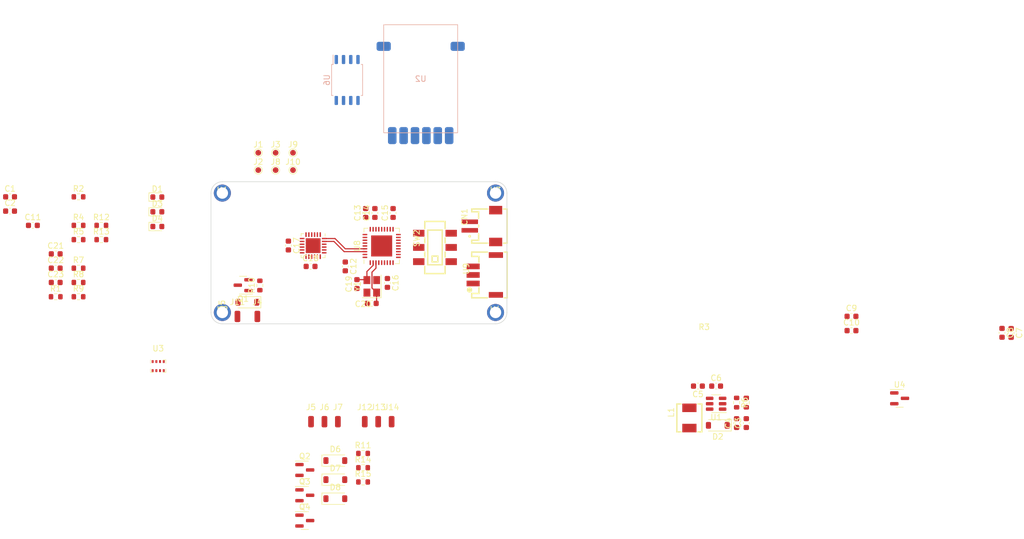
<source format=kicad_pcb>
(kicad_pcb (version 20221018) (generator pcbnew)
  (layers (0 "F.Cu" mixed) (1 "In1.Cu" power) (2 "In2.Cu" power) (31 "B.Cu" signal) (34 "B.Paste" user) (35 "F.Paste" user) (36 "B.SilkS" user "B.Silkscreen") (37 "F.SilkS" user "F.Silkscreen") (38 "B.Mask" user) (39 "F.Mask" user) (44 "Edge.Cuts" user))
  (net 0 "")
  (net 1 "+3.3V")
  (net 2 "GND")
  (net 3 "+5V")
  (net 4 "+BATT")
  (net 5 "/OSC_IN")
  (net 6 "/OSC_OUT")
  (net 7 "Net-(U7-REGOUT)")
  (net 8 "Net-(U7-CPOUT)")
  (net 9 "/NRST")
  (net 10 "/LED1")
  (net 11 "Net-(D1-A)")
  (net 12 "/SW")
  (net 13 "/LED2")
  (net 14 "Net-(D3-A)")
  (net 15 "Net-(D4-A)")
  (net 16 "/M1")
  (net 17 "/M2")
  (net 18 "/M3")
  (net 19 "/M4")
  (net 20 "/SWCLK")
  (net 21 "/SWDIO")
  (net 22 "/U1_RX")
  (net 23 "/U1_TX")
  (net 24 "/PWM1")
  (net 25 "/PWM2")
  (net 26 "/PWM3")
  (net 27 "/PWM4")
  (net 28 "/BAT_ADC")
  (net 29 "/FB")
  (net 30 "/6050_SCL")
  (net 31 "/6050_SDA")
  (net 32 "Net-(U8-BOOT0)")
  (net 34 "/UART_RST")
  (net 35 "/U2_TX")
  (net 36 "/U2_RX")
  (net 37 "/BMP280_CS")
  (net 38 "/SPI_MOSI")
  (net 39 "/SPI_SCK")
  (net 40 "/SPI_MISO")
  (net 42 "/VIN")
  (net 43 "/SPI_CS")
  (net 50 "/6050_INT")
  (footprint "Diode_SMD:D_SOD-123" (layer "F.Cu") (at 119.85 147.05)
    (fp_text reference "D6" (at 0 -2) (layer "F.SilkS"))
    (fp_text value "1N5819")
    (pad "1" smd roundrect (at -1.65 0) (size 0.9 1.2) (layers "F.Cu" "F.Paste" "F.Mask") (net 4 "+BATT"))
    (pad "2" smd roundrect (at 1.65 0) (size 0.9 1.2) (layers "F.Cu" "F.Paste" "F.Mask") (net 17 "/M2"))
  )
  (footprint "my_conn:CONN-SMD_3P-P1.50_ZX-ZH1.5-3PWT" (layer "F.Cu") (at 146.065 114.4 90)
    (fp_text reference "U9" (at 0 -3.207 90) (layer "F.SilkS") (effects (justify left)))
    (fp_text value "ZX-ZH1.5-3PWT")
    (pad "1" smd rect (at -1.5 -2 90) (size 1 2.3) (layers "F.Cu" "F.Paste" "F.Mask") (net 3 "+5V"))
    (pad "2" smd rect (at 0 -2 90) (size 1 2.3) (layers "F.Cu" "F.Paste" "F.Mask") (net 22 "/U1_RX"))
    (pad "3" smd rect (at 1.5 -2 90) (size 1 2.3) (layers "F.Cu" "F.Paste" "F.Mask") (net 2 "GND"))
    (pad "4" smd rect (at 3.5 2 90) (size 1 2.5) (layers "F.Cu" "F.Paste" "F.Mask"))
    (pad "5" smd rect (at -3.5 2 90) (size 1 2.5) (layers "F.Cu" "F.Paste" "F.Mask"))
  )
  (footprint "Connector_Wire:SolderWirePad_1x01_SMD_1x2mm" (layer "F.Cu") (at 106.15 121.7)
    (fp_text reference "J4" (at 0 -2.54) (layer "F.SilkS"))
    (fp_text value "Conn_01x01_Pin")
    (pad "1" smd roundrect (at 0 0) (size 1 2) (layers "F.Cu" "F.Paste" "F.Mask") (net 4 "+BATT"))
  )
  (footprint "Capacitor_SMD:C_0603_1608Metric" (layer "F.Cu") (at 183.5625 133.95 180)
    (fp_text reference "C5" (at 0 -1.43) (layer "F.SilkS"))
    (fp_text value "22u")
    (pad "1" smd roundrect (at -0.775 0 180) (size 0.9 0.95) (layers "F.Cu" "F.Paste" "F.Mask") (net 4 "+BATT"))
    (pad "2" smd roundrect (at 0.775 0 180) (size 0.9 0.95) (layers "F.Cu" "F.Paste" "F.Mask") (net 2 "GND"))
  )
  (footprint "my_conn:CONN-SMD_ZH1.5-2P-WT" (layer "F.Cu") (at 145.75 105.8 90)
    (fp_text reference "CN1" (at 0 -3.207 90) (layer "F.SilkS") (effects (justify left)))
    (fp_text value "ZH1.5-2P-WT")
    (pad "1" smd rect (at -0.75 -2.275 90) (size 0.8 2.9) (layers "F.Cu" "F.Paste" "F.Mask") (net 42 "/VIN"))
    (pad "2" smd rect (at 0.75 -2.275 90) (size 0.8 2.9) (layers "F.Cu" "F.Paste" "F.Mask") (net 2 "GND"))
    (pad "3" smd rect (at -2.8 2.275 90) (size 1.5 2.3) (layers "F.Cu" "F.Paste" "F.Mask"))
    (pad "4" smd rect (at 2.8 2.275 90) (size 1.5 2.3) (layers "F.Cu" "F.Paste" "F.Mask"))
  )
  (footprint "Package_DFN_QFN:QFN-36-1EP_6x6mm_P0.5mm_EP3.7x3.7mm" (layer "F.Cu") (at 127.99 109.3 90)
    (fp_text reference "U8" (at 0 -4.3 90) (layer "F.SilkS"))
    (fp_text value "GD32F103TBU6")
    (pad "1" smd roundrect (at -2.9375 -2 90) (size 0.825 0.25) (layers "F.Cu" "F.Paste" "F.Mask") (net 1 "+3.3V"))
    (pad "2" smd roundrect (at -2.9375 -1.5 90) (size 0.825 0.25) (layers "F.Cu" "F.Paste" "F.Mask") (net 5 "/OSC_IN"))
    (pad "3" smd roundrect (at -2.9375 -1 90) (size 0.825 0.25) (layers "F.Cu" "F.Paste" "F.Mask") (net 6 "/OSC_OUT"))
    (pad "4" smd roundrect (at -2.9375 -0.5 90) (size 0.825 0.25) (layers "F.Cu" "F.Paste" "F.Mask") (net 9 "/NRST"))
    (pad "5" smd roundrect (at -2.9375 0 90) (size 0.825 0.25) (layers "F.Cu" "F.Paste" "F.Mask") (net 2 "GND"))
    (pad "6" smd roundrect (at -2.9375 0.5 90) (size 0.825 0.25) (layers "F.Cu" "F.Paste" "F.Mask") (net 1 "+3.3V"))
    (pad "7" smd roundrect (at -2.9375 1 90) (size 0.825 0.25) (layers "F.Cu" "F.Paste" "F.Mask") (net 28 "/BAT_ADC"))
    (pad "8" smd roundrect (at -2.9375 1.5 90) (size 0.825 0.25) (layers "F.Cu" "F.Paste" "F.Mask") (net 34 "/UART_RST"))
    (pad "9" smd roundrect (at -2.9375 2 90) (size 0.825 0.25) (layers "F.Cu" "F.Paste" "F.Mask") (net 35 "/U2_TX"))
    (pad "10" smd roundrect (at -2 2.9375 90) (size 0.25 0.825) (layers "F.Cu" "F.Paste" "F.Mask") (net 36 "/U2_RX"))
    (pad "11" smd roundrect (at -1.5 2.9375 90) (size 0.25 0.825) (layers "F.Cu" "F.Paste" "F.Mask") (net 43 "/SPI_CS"))
    (pad "12" smd roundrect (at -1 2.9375 90) (size 0.25 0.825) (layers "F.Cu" "F.Paste" "F.Mask") (net 39 "/SPI_SCK"))
    (pad "13" smd roundrect (at -0.5 2.9375 90) (size 0.25 0.825) (layers "F.Cu" "F.Paste" "F.Mask") (net 40 "/SPI_MISO"))
    (pad "14" smd roundrect (at 0 2.9375 90) (size 0.25 0.825) (layers "F.Cu" "F.Paste" "F.Mask") (net 38 "/SPI_MOSI"))
    (pad "15" smd roundrect (at 0.5 2.9375 90) (size 0.25 0.825) (layers "F.Cu" "F.Paste" "F.Mask") (net 27 "/PWM4"))
    (pad "16" smd roundrect (at 1 2.9375 90) (size 0.25 0.825) (layers "F.Cu" "F.Paste" "F.Mask") (net 26 "/PWM3"))
    (pad "17" smd roundrect (at 1.5 2.9375 90) (size 0.25 0.825) (layers "F.Cu" "F.Paste" "F.Mask") (net 37 "/BMP280_CS"))
    (pad "18" smd roundrect (at 2 2.9375 90) (size 0.25 0.825) (layers "F.Cu" "F.Paste" "F.Mask") (net 2 "GND"))
    (pad "19" smd roundrect (at 2.9375 2 90) (size 0.825 0.25) (layers "F.Cu" "F.Paste" "F.Mask") (net 1 "+3.3V"))
    (pad "20" smd roundrect (at 2.9375 1.5 90) (size 0.825 0.25) (layers "F.Cu" "F.Paste" "F.Mask"))
    (pad "21" smd roundrect (at 2.9375 1 90) (size 0.825 0.25) (layers "F.Cu" "F.Paste" "F.Mask") (net 23 "/U1_TX"))
    (pad "22" smd roundrect (at 2.9375 0.5 90) (size 0.825 0.25) (layers "F.Cu" "F.Paste" "F.Mask") (net 22 "/U1_RX"))
    (pad "23" smd roundrect (at 2.9375 0 90) (size 0.825 0.25) (layers "F.Cu" "F.Paste" "F.Mask") (net 13 "/LED2"))
    (pad "24" smd roundrect (at 2.9375 -0.5 90) (size 0.825 0.25) (layers "F.Cu" "F.Paste" "F.Mask") (net 10 "/LED1"))
    (pad "25" smd roundrect (at 2.9375 -1 90) (size 0.825 0.25) (layers "F.Cu" "F.Paste" "F.Mask") (net 21 "/SWDIO"))
    (pad "26" smd roundrect (at 2.9375 -1.5 90) (size 0.825 0.25) (layers "F.Cu" "F.Paste" "F.Mask") (net 2 "GND"))
    (pad "27" smd roundrect (at 2.9375 -2 90) (size 0.825 0.25) (layers "F.Cu" "F.Paste" "F.Mask") (net 1 "+3.3V"))
    (pad "28" smd roundrect (at 2 -2.9375 90) (size 0.25 0.825) (layers "F.Cu" "F.Paste" "F.Mask") (net 20 "/SWCLK"))
    (pad "29" smd roundrect (at 1.5 -2.9375 90) (size 0.25 0.825) (layers "F.Cu" "F.Paste" "F.Mask"))
    (pad "30" smd roundrect (at 1 -2.9375 90) (size 0.25 0.825) (layers "F.Cu" "F.Paste" "F.Mask") (net 50 "/6050_INT"))
    (pad "31" smd roundrect (at 0.5 -2.9375 90) (size 0.25 0.825) (layers "F.Cu" "F.Paste" "F.Mask") (net 24 "/PWM1"))
    (pad "32" smd roundrect (at 0 -2.9375 90) (size 0.25 0.825) (layers "F.Cu" "F.Paste" "F.Mask") (net 25 "/PWM2"))
    (pad "33" smd roundrect (at -0.5 -2.9375 90) (size 0.25 0.825) (layers "F.Cu" "F.Paste" "F.Mask") (net 31 "/6050_SDA"))
    (pad "34" smd roundrect (at -1 -2.9375 90) (size 0.25 0.825) (layers "F.Cu" "F.Paste" "F.Mask") (net 30 "/6050_SCL"))
    (pad "35" smd roundrect (at -1.5 -2.9375 90) (size 0.25 0.825) (layers "F.Cu" "F.Paste" "F.Mask") (net 32 "Net-(U8-BOOT0)"))
    (pad "36" smd roundrect (at -2 -2.9375 90) (size 0.25 0.825) (layers "F.Cu" "F.Paste" "F.Mask") (net 2 "GND"))
    (pad "37" smd rect (at 0 0 90) (size 3.7 3.7) (layers "F.Cu" "F.Mask") (net 2 "GND"))
  )
  (footprint "TestPoint:TestPoint_Pad_D1.0mm" (layer "F.Cu") (at 112.41 95.96)
    (fp_text reference "J10" (at 0 -1.448) (layer "F.SilkS"))
    (fp_text value "Conn_01x01_Pin")
    (pad "1" smd circle (at 0 0) (size 1 1) (layers "F.Cu" "F.Mask") (net 2 "GND"))
  )
  (footprint "Connector_Wire:SolderWirePad_1x01_SMD_1x2mm" (layer "F.Cu") (at 129.74 140.205)
    (fp_text reference "J14" (at 0 -2.54) (layer "F.SilkS"))
    (fp_text value "Conn_01x01_Pin")
    (pad "1" smd roundrect (at 0 0) (size 1 2) (layers "F.Cu" "F.Paste" "F.Mask") (net 18 "/M3"))
  )
  (footprint "Capacitor_SMD:C_0603_1608Metric" (layer "F.Cu") (at 123.65 116 90)
    (fp_text reference "C19" (at 0 -1.43 90) (layer "F.SilkS"))
    (fp_text value "22p")
    (pad "1" smd roundrect (at -0.775 0 90) (size 0.9 0.95) (layers "F.Cu" "F.Paste" "F.Mask") (net 2 "GND"))
    (pad "2" smd roundrect (at 0.775 0 90) (size 0.9 0.95) (layers "F.Cu" "F.Paste" "F.Mask") (net 5 "/OSC_IN"))
  )
  (footprint "Resistor_SMD:R_0603_1608Metric" (layer "F.Cu") (at 74.725 108.19)
    (fp_text reference "R5" (at 0 -1.43) (layer "F.SilkS"))
    (fp_text value "10k")
    (pad "1" smd roundrect (at -0.825 0) (size 0.8 0.95) (layers "F.Cu" "F.Paste" "F.Mask") (net 28 "/BAT_ADC"))
    (pad "2" smd roundrect (at 0.825 0) (size 0.8 0.95) (layers "F.Cu" "F.Paste" "F.Mask") (net 2 "GND"))
  )
  (footprint "Inductor_SMD:IND-SMD_L4.9-W4.4_MAPM0420F" (layer "F.Cu") (at 182.0625 139.55 90)
    (fp_text reference "L1" (at 0 -3.207 90) (layer "F.SilkS") (effects (justify left)))
    (fp_text value "4.7u")
    (pad "1" smd rect (at -1.78 0 90) (size 1.5 2.5) (layers "F.Cu" "F.Paste" "F.Mask") (net 12 "/SW"))
    (pad "2" smd rect (at 1.78 0 90) (size 1.5 2.5) (layers "F.Cu" "F.Paste" "F.Mask") (net 4 "+BATT"))
  )
  (footprint "Capacitor_SMD:C_0603_1608Metric" (layer "F.Cu") (at 190.3625 140.45 90)
    (fp_text reference "C4" (at 0 -1.43 90) (layer "F.SilkS"))
    (fp_text value "0.1u")
    (pad "1" smd roundrect (at -0.775 0 90) (size 0.9 0.95) (layers "F.Cu" "F.Paste" "F.Mask") (net 3 "+5V"))
    (pad "2" smd roundrect (at 0.775 0 90) (size 0.9 0.95) (layers "F.Cu" "F.Paste" "F.Mask") (net 2 "GND"))
  )
  (footprint "Connector_Wire:SolderWirePad_1x01_SMD_1x2mm" (layer "F.Cu") (at 117.94 140.205)
    (fp_text reference "J6" (at 0 -2.54) (layer "F.SilkS"))
    (fp_text value "Conn_01x01_Pin")
    (pad "1" smd roundrect (at 0 0) (size 1 2) (layers "F.Cu" "F.Paste" "F.Mask") (net 4 "+BATT"))
  )
  (footprint "TestPoint:TestPoint_Pad_D1.0mm" (layer "F.Cu") (at 112.41 92.91)
    (fp_text reference "J9" (at 0 -1.448) (layer "F.SilkS"))
    (fp_text value "Conn_01x01_Pin")
    (pad "1" smd circle (at 0 0) (size 1 1) (layers "F.Cu" "F.Mask") (net 23 "/U1_TX"))
  )
  (footprint "Connector_Wire:SolderWirePad_1x01_SMD_1x2mm" (layer "F.Cu") (at 120.3 140.205)
    (fp_text reference "J7" (at 0 -2.54) (layer "F.SilkS"))
    (fp_text value "Conn_01x01_Pin")
    (pad "1" smd roundrect (at 0 0) (size 1 2) (layers "F.Cu" "F.Paste" "F.Mask") (net 19 "/M4"))
  )
  (footprint "Connector_Wire:SolderWirePad_1x01_SMD_1x2mm" (layer "F.Cu") (at 115.58 140.205)
    (fp_text reference "J5" (at 0 -2.54) (layer "F.SilkS"))
    (fp_text value "Conn_01x01_Pin")
    (pad "1" smd roundrect (at 0 0) (size 1 2) (layers "F.Cu" "F.Paste" "F.Mask") (net 4 "+BATT"))
  )
  (footprint "my_switch:SW-SMD_MST22D18G2" (layer "F.Cu") (at 137.36 109.56 90)
    (fp_text reference "SW2" (at 0 -3.207 90) (layer "F.SilkS") (effects (justify left)))
    (fp_text value "MST22D18G2_125")
    (pad "1" smd rect (at -2.5 -2.85 270) (size 1.2 2) (layers "F.Cu" "F.Paste" "F.Mask") (net 4 "+BATT"))
    (pad "2" smd rect (at 0 -2.85 270) (size 1.2 2) (layers "F.Cu" "F.Paste" "F.Mask") (net 42 "/VIN"))
    (pad "3" smd rect (at 2.5 -2.85 270) (size 1.2 2) (layers "F.Cu" "F.Paste" "F.Mask"))
    (pad "4" smd rect (at -2.5 2.85 270) (size 1.2 2) (layers "F.Cu" "F.Paste" "F.Mask") (net 4 "+BATT"))
    (pad "5" smd rect (at 0 2.85 270) (size 1.2 2) (layers "F.Cu" "F.Paste" "F.Mask") (net 42 "/VIN"))
    (pad "6" smd rect (at 2.5 2.85 270) (size 1.2 2) (layers "F.Cu" "F.Paste" "F.Mask"))
  )
  (footprint "Diode_SMD:D_SOD-123" (layer "F.Cu") (at 119.85 153.75)
    (fp_text reference "D8" (at 0 -2) (layer "F.SilkS"))
    (fp_text value "1N5819")
    (pad "1" smd roundrect (at -1.65 0) (size 0.9 1.2) (layers "F.Cu" "F.Paste" "F.Mask") (net 4 "+BATT"))
    (pad "2" smd roundrect (at 1.65 0) (size 0.9 1.2) (layers "F.Cu" "F.Paste" "F.Mask") (net 19 "/M4"))
  )
  (footprint "Resistor_SMD:R_0603_1608Metric" (layer "F.Cu") (at 106.5875 116.25 90)
    (fp_text reference "R10" (at 0 -1.43 90) (layer "F.SilkS"))
    (fp_text value "10k")
    (pad "1" smd roundrect (at -0.825 0 90) (size 0.8 0.95) (layers "F.Cu" "F.Paste" "F.Mask") (net 25 "/PWM2"))
    (pad "2" smd roundrect (at 0.825 0 90) (size 0.8 0.95) (layers "F.Cu" "F.Paste" "F.Mask") (net 2 "GND"))
  )
  (footprint "Capacitor_SMD:C_0603_1608Metric" (layer "F.Cu") (at 192.0625 140.45 90)
    (fp_text reference "C3" (at 0 -1.43 90) (layer "F.SilkS"))
    (fp_text value "22u")
    (pad "1" smd roundrect (at -0.775 0 90) (size 0.9 0.95) (layers "F.Cu" "F.Paste" "F.Mask") (net 3 "+5V"))
    (pad "2" smd roundrect (at 0.775 0 90) (size 0.9 0.95) (layers "F.Cu" "F.Paste" "F.Mask") (net 2 "GND"))
  )
  (footprint "Capacitor_SMD:C_0603_1608Metric" (layer "F.Cu") (at 115.5 112.9)
    (fp_text reference "C18" (at 0 -1.43) (layer "F.SilkS"))
    (fp_text value "0.1u")
    (pad "1" smd roundrect (at -0.775 0) (size 0.9 0.95) (layers "F.Cu" "F.Paste" "F.Mask") (net 1 "+3.3V"))
    (pad "2" smd roundrect (at 0.775 0) (size 0.9 0.95) (layers "F.Cu" "F.Paste" "F.Mask") (net 2 "GND"))
  )
  (footprint "Resistor_SMD:R_0603_1608Metric" (layer "F.Cu") (at 190.3625 136.85 -90)
    (fp_text reference "R6" (at 0 -1.43 90) (layer "F.SilkS"))
    (fp_text value "20.5k")
    (pad "1" smd roundrect (at -0.825 0 270) (size 0.8 0.95) (layers "F.Cu" "F.Paste" "F.Mask") (net 29 "/FB"))
    (pad "2" smd roundrect (at 0.825 0 270) (size 0.8 0.95) (layers "F.Cu" "F.Paste" "F.Mask") (net 2 "GND"))
  )
  (footprint "Capacitor_SMD:C_0603_1608Metric" (layer "F.Cu") (at 237 124.575 -90)
    (fp_text reference "C8" (at 0 -1.43 90) (layer "F.SilkS"))
    (fp_text value "0.1u")
    (pad "1" smd roundrect (at -0.775 0 270) (size 0.9 0.95) (layers "F.Cu" "F.Paste" "F.Mask") (net 3 "+5V"))
    (pad "2" smd roundrect (at 0.775 0 270) (size 0.9 0.95) (layers "F.Cu" "F.Paste" "F.Mask") (net 2 "GND"))
  )
  (footprint "Capacitor_SMD:C_0603_1608Metric" (layer "F.Cu") (at 125.18 103.5 90)
    (fp_text reference "C13" (at 0 -1.43 90) (layer "F.SilkS"))
    (fp_text value "0.1u")
    (pad "1" smd roundrect (at -0.775 0 90) (size 0.9 0.95) (layers "F.Cu" "F.Paste" "F.Mask") (net 1 "+3.3V"))
    (pad "2" smd roundrect (at 0.775 0 90) (size 0.9 0.95) (layers "F.Cu" "F.Paste" "F.Mask") (net 2 "GND"))
  )
  (footprint "MountingHole:hole_2x3mm" (layer "F.Cu") (at 100 100)
    (fp_text reference "H1" (at 0 -0.5 unlocked) (layer "F.SilkS"))
    (fp_text value "MountingHole_Pad")
    (pad "1" thru_hole circle locked (at 0 0 90) (size 3 3) (drill 2) (layers "*.Cu" "*.Mask") (net 2 "GND"))
  )
  (footprint "Resistor_SMD:R_0603_1608Metric" (layer "F.Cu") (at 124.725 148.3)
    (fp_text reference "R14" (at 0 -1.43) (layer "F.SilkS"))
    (fp_text value "10k")
    (pad "1" smd roundrect (at -0.825 0) (size 0.8 0.95) (layers "F.Cu" "F.Paste" "F.Mask") (net 26 "/PWM3"))
    (pad "2" smd roundrect (at 0.825 0) (size 0.8 0.95) (layers "F.Cu" "F.Paste" "F.Mask") (net 2 "GND"))
  )
  (footprint "MountingHole:hole_2x3mm" (layer "F.Cu") (at 100 121)
    (fp_text reference "H2" (at 0 -0.5 unlocked) (layer "F.SilkS"))
    (fp_text value "MountingHole_Pad")
    (pad "1" thru_hole circle locked (at 0 0 90) (size 3 3) (drill 2) (layers "*.Cu" "*.Mask") (net 2 "GND"))
  )
  (footprint "LED_SMD:LED_0603_1608Metric" (layer "F.Cu") (at 88.575 105.88)
    (fp_text reference "D4" (at 0 -1.43) (layer "F.SilkS"))
    (fp_text value "LED")
    (pad "1" smd roundrect (at -0.7875 0) (size 0.875 0.95) (layers "F.Cu" "F.Paste" "F.Mask") (net 2 "GND"))
    (pad "2" smd roundrect (at 0.7875 0) (size 0.875 0.95) (layers "F.Cu" "F.Paste" "F.Mask") (net 15 "Net-(D4-A)"))
  )
  (footprint "Resistor_SMD:R_0603_1608Metric" (layer "F.Cu") (at 78.735 108.19)
    (fp_text reference "R13" (at 0 -1.43) (layer "F.SilkS"))
    (fp_text value "10k")
    (pad "1" smd roundrect (at -0.825 0) (size 0.8 0.95) (layers "F.Cu" "F.Paste" "F.Mask") (net 9 "/NRST"))
    (pad "2" smd roundrect (at 0.825 0) (size 0.8 0.95) (layers "F.Cu" "F.Paste" "F.Mask") (net 1 "+3.3V"))
  )
  (footprint "Capacitor_SMD:C_0603_1608Metric" (layer "F.Cu") (at 130 103.5 90)
    (fp_text reference "C15" (at 0 -1.43 90) (layer "F.SilkS"))
    (fp_text value "0.1u")
    (pad "1" smd roundrect (at -0.775 0 90) (size 0.9 0.95) (layers "F.Cu" "F.Paste" "F.Mask") (net 1 "+3.3V"))
    (pad "2" smd roundrect (at 0.775 0 90) (size 0.9 0.95) (layers "F.Cu" "F.Paste" "F.Mask") (net 2 "GND"))
  )
  (footprint "MountingHole:hole_2x3mm" (layer "F.Cu") (at 148 121)
    (fp_text reference "H4" (at 0 -0.5 unlocked) (layer "F.SilkS"))
    (fp_text value "MountingHole_Pad")
    (pad "1" thru_hole circle locked (at 0 0 90) (size 3 3) (drill 2) (layers "*.Cu" "*.Mask") (net 2 "GND"))
  )
  (footprint "Package_TO_SOT_SMD:SOT-23-6" (layer "F.Cu") (at 186.7625 137.05 180)
    (fp_text reference "U1" (at 0 -2.4) (layer "F.SilkS"))
    (fp_text value "SX1308")
    (pad "1" smd roundrect (at -1.1375 -0.95 180) (size 1.325 0.6) (layers "F.Cu" "F.Paste" "F.Mask") (net 12 "/SW"))
    (pad "2" smd roundrect (at -1.1375 0 180) (size 1.325 0.6) (layers "F.Cu" "F.Paste" "F.Mask") (net 2 "GND"))
    (pad "3" smd roundrect (at -1.1375 0.95 180) (size 1.325 0.6) (layers "F.Cu" "F.Paste" "F.Mask") (net 29 "/FB"))
    (pad "4" smd roundrect (at 1.1375 0.95 180) (size 1.325 0.6) (layers "F.Cu" "F.Paste" "F.Mask") (net 4 "+BATT"))
    (pad "5" smd roundrect (at 1.1375 0 180) (size 1.325 0.6) (layers "F.Cu" "F.Paste" "F.Mask") (net 4 "+BATT"))
    (pad "6" smd roundrect (at 1.1375 -0.95 180) (size 1.325 0.6) (layers "F.Cu" "F.Paste" "F.Mask"))
  )
  (footprint "Resistor_SMD:R_0603_1608Metric" (layer "F.Cu") (at 74.725 100.66)
    (fp_text reference "R2" (at 0 -1.43) (layer "F.SilkS"))
    (fp_text value "10k")
    (pad "1" smd roundrect (at -0.825 0) (size 0.8 0.95) (layers "F.Cu" "F.Paste" "F.Mask") (net 4 "+BATT"))
    (pad "2" smd roundrect (at 0.825 0) (size 0.8 0.95) (layers "F.Cu" "F.Paste" "F.Mask") (net 28 "/BAT_ADC"))
  )
  (footprint "Capacitor_SMD:C_0603_1608Metric" (layer "F.Cu") (at 70.715 115.72)
    (fp_text reference "C23" (at 0 -1.43) (layer "F.SilkS"))
    (fp_text value "0.1u")
    (pad "1" smd roundrect (at -0.775 0) (size 0.9 0.95) (layers "F.Cu" "F.Paste" "F.Mask") (net 9 "/NRST"))
    (pad "2" smd roundrect (at 0.775 0) (size 0.9 0.95) (layers "F.Cu" "F.Paste" "F.Mask") (net 2 "GND"))
  )
  (footprint "Connector_Wire:SolderWirePad_1x01_SMD_1x2mm" (layer "F.Cu") (at 125.02 140.205)
    (fp_text reference "J12" (at 0 -2.54) (layer "F.SilkS"))
    (fp_text value "Conn_01x01_Pin")
    (pad "1" smd roundrect (at 0 0) (size 1 2) (layers "F.Cu" "F.Paste" "F.Mask") (net 4 "+BATT"))
  )
  (footprint "Package_TO_SOT_SMD:SOT-23" (layer "F.Cu") (at 114.485 153.15)
    (fp_text reference "Q3" (at 0 -2.4) (layer "F.SilkS"))
    (fp_text value "AO3400A")
    (pad "1" smd roundrect (at -0.9375 -0.95) (size 1.475 0.6) (layers "F.Cu" "F.Paste" "F.Mask") (net 26 "/PWM3"))
    (pad "2" smd roundrect (at -0.9375 0.95) (size 1.475 0.6) (layers "F.Cu" "F.Paste" "F.Mask") (net 2 "GND"))
    (pad "3" smd roundrect (at 0.9375 0) (size 1.475 0.6) (layers "F.Cu" "F.Paste" "F.Mask") (net 18 "/M3"))
  )
  (footprint "Package_TO_SOT_SMD:SOT-23" (layer "F.Cu") (at 114.485 148.7)
    (fp_text reference "Q2" (at 0 -2.4) (layer "F.SilkS"))
    (fp_text value "AO3400A")
    (pad "1" smd roundrect (at -0.9375 -0.95) (size 1.475 0.6) (layers "F.Cu" "F.Paste" "F.Mask") (net 24 "/PWM1"))
    (pad "2" smd roundrect (at -0.9375 0.95) (size 1.475 0.6) (layers "F.Cu" "F.Paste" "F.Mask") (net 2 "GND"))
    (pad "3" smd roundrect (at 0.9375 0) (size 1.475 0.6) (layers "F.Cu" "F.Paste" "F.Mask") (net 17 "/M2"))
  )
  (footprint "Connector_Wire:SolderWirePad_1x01_SMD_1x2mm" (layer "F.Cu") (at 127.38 140.205)
    (fp_text reference "J13" (at 0 -2.54) (layer "F.SilkS"))
    (fp_text value "Conn_01x01_Pin")
    (pad "1" smd roundrect (at 0 0) (size 1 2) (layers "F.Cu" "F.Paste" "F.Mask") (net 17 "/M2"))
  )
  (footprint "Capacitor_SMD:C_0603_1608Metric" (layer "F.Cu") (at 111.6 109.225 -90)
    (fp_text reference "C17" (at 0 -1.43 90) (layer "F.SilkS"))
    (fp_text value "0.1u")
    (pad "1" smd roundrect (at -0.775 0 270) (size 0.9 0.95) (layers "F.Cu" "F.Paste" "F.Mask") (net 1 "+3.3V"))
    (pad "2" smd roundrect (at 0.775 0 270) (size 0.9 0.95) (layers "F.Cu" "F.Paste" "F.Mask") (net 2 "GND"))
  )
  (footprint "Connector_Wire:SolderWirePad_1x01_SMD_1x2mm" (layer "F.Cu") (at 102.65 121.7)
    (fp_text reference "J11" (at 0 -2.54) (layer "F.SilkS"))
    (fp_text value "Conn_01x01_Pin")
    (pad "1" smd roundrect (at 0 0) (size 1 2) (layers "F.Cu" "F.Paste" "F.Mask") (net 16 "/M1"))
  )
  (footprint "Package_LGA:Bosch_LGA-8_2x2.5mm_P0.65mm_ClockwisePinNumbering" (layer "F.Cu") (at 88.725 130.43)
    (fp_text reference "U3" (at 0 -3.1) (layer "F.SilkS"))
    (fp_text value "BMP280")
    (pad "1" smd rect (at -0.975 -0.8 90) (size 0.5 0.35) (layers "F.Cu" "F.Paste" "F.Mask") (net 2 "GND"))
    (pad "2" smd rect (at -0.325 -0.8 90) (size 0.5 0.35) (layers "F.Cu" "F.Paste" "F.Mask") (net 37 "/BMP280_CS"))
    (pad "3" smd rect (at 0.325 -0.8 90) (size 0.5 0.35) (layers "F.Cu" "F.Paste" "F.Mask") (net 38 "/SPI_MOSI"))
    (pad "4" smd rect (at 0.975 -0.8 90) (size 0.5 0.35) (layers "F.Cu" "F.Paste" "F.Mask") (net 39 "/SPI_SCK"))
    (pad "5" smd rect (at 0.975 0.8 90) (size 0.5 0.35) (layers "F.Cu" "F.Paste" "F.Mask") (net 40 "/SPI_MISO"))
    (pad "6" smd rect (at 0.325 0.8 90) (size 0.5 0.35) (layers "F.Cu" "F.Paste" "F.Mask") (net 1 "+3.3V"))
    (pad "7" smd rect (at -0.325 0.8 90) (size 0.5 0.35) (layers "F.Cu" "F.Paste" "F.Mask") (net 2 "GND"))
    (pad "8" smd rect (at -0.975 0.8 90) (size 0.5 0.35) (layers "F.Cu" "F.Paste" "F.Mask") (net 1 "+3.3V"))
  )
  (footprint "Diode_SMD:D_SOD-123" (layer "F.Cu") (at 187.0625 140.85 180)
    (fp_text reference "D2" (at 0 -2) (layer "F.SilkS"))
    (fp_text value "1N5819")
    (pad "1" smd roundrect (at -1.65 0 180) (size 0.9 1.2) (layers "F.Cu" "F.Paste" "F.Mask") (net 3 "+5V"))
    (pad "2" smd roundrect (at 1.65 0 180) (size 0.9 1.2) (layers "F.Cu" "F.Paste" "F.Mask") (net 12 "/SW"))
  )
  (footprint "Capacitor_SMD:C_0603_1608Metric" (layer "F.Cu") (at 62.695 100.66)
    (fp_text reference "C1" (at 0 -1.43) (layer "F.SilkS"))
    (fp_text value "0.1u")
    (pad "1" smd roundrect (at -0.775 0) (size 0.9 0.95) (layers "F.Cu" "F.Paste" "F.Mask") (net 1 "+3.3V"))
    (pad "2" smd roundrect (at 0.775 0) (size 0.9 0.95) (layers "F.Cu" "F.Paste" "F.Mask") (net 2 "GND"))
  )
  (footprint "Capacitor_SMD:C_0603_1608Metric" (layer "F.Cu") (at 126.8 103.5 90)
    (fp_text reference "C14" (at 0 -1.43 90) (layer "F.SilkS"))
    (fp_text value "0.1u")
    (pad "1" smd roundrect (at -0.775 0 90) (size 0.9 0.95) (layers "F.Cu" "F.Paste" "F.Mask") (net 1 "+3.3V"))
    (pad "2" smd roundrect (at 0.775 0 90) (size 0.9 0.95) (layers "F.Cu" "F.Paste" "F.Mask") (net 2 "GND"))
  )
  (footprint "Resistor_SMD:R_0603_1608Metric" (layer "F.Cu") (at 192.0625 136.85 90)
    (fp_text reference "R3" (at 13.295 -7.395) (layer "F.SilkS"))
    (fp_text value "150k")
    (pad "1" smd roundrect (at -0.825 0 90) (size 0.8 0.95) (layers "F.Cu" "F.Paste" "F.Mask") (net 3 "+5V"))
    (pad "2" smd roundrect (at 0.825 0 90) (size 0.8 0.95) (layers "F.Cu" "F.Paste" "F.Mask") (net 29 "/FB"))
  )
  (footprint "Capacitor_SMD:C_0603_1608Metric" (layer "F.Cu") (at 70.715 113.21)
    (fp_text reference "C22" (at 0 -1.43) (layer "F.SilkS"))
    (fp_text value "0.1u")
    (pad "1" smd roundrect (at -0.775 0) (size 0.9 0.95) (layers "F.Cu" "F.Paste" "F.Mask") (net 2 "GND"))
    (pad "2" smd roundrect (at 0.775 0) (size 0.9 0.95) (layers "F.Cu" "F.Paste" "F.Mask") (net 8 "Net-(U7-CPOUT)"))
  )
  (footprint "LED_SMD:LED_0603_1608Metric" (layer "F.Cu") (at 88.575 103.29)
    (fp_text reference "D3" (at 0 -1.43) (layer "F.SilkS"))
    (fp_text value "LED")
    (pad "1" smd roundrect (at -0.7875 0) (size 0.875 0.95) (layers "F.Cu" "F.Paste" "F.Mask") (net 13 "/LED2"))
    (pad "2" smd roundrect (at 0.7875 0) (size 0.875 0.95) (layers "F.Cu" "F.Paste" "F.Mask") (net 14 "Net-(D3-A)"))
  )
  (footprint "Package_DFN_QFN:QFN-24-1EP_4x4mm_P0.5mm_EP2.6x2.6mm" (layer "F.Cu") (at 115.95 109.25 -90)
    (fp_text reference "U7" hide)
    (fp_text value "MPU-6050")
    (pad "1" smd roundrect (at -1.9375 -1.25 270) (size 0.825 0.25) (layers "F.Cu" "F.Paste" "F.Mask") (net 2 "GND"))
    (pad "2" smd roundrect (at -1.9375 -0.75 270) (size 0.825 0.25) (layers "F.Cu" "F.Paste" "F.Mask"))
    (pad "3" smd roundrect (at -1.9375 -0.25 270) (size 0.825 0.25) (layers "F.Cu" "F.Paste" "F.Mask"))
    (pad "4" smd roundrect (at -1.9375 0.25 270) (size 0.825 0.25) (layers "F.Cu" "F.Paste" "F.Mask"))
    (pad "5" smd roundrect (at -1.9375 0.75 270) (size 0.825 0.25) (layers "F.Cu" "F.Paste" "F.Mask"))
    (pad "6" smd roundrect (at -1.9375 1.25 270) (size 0.825 0.25) (layers "F.Cu" "F.Paste" "F.Mask"))
    (pad "7" smd roundrect (at -1.25 1.9375 270) (size 0.25 0.825) (layers "F.Cu" "F.Paste" "F.Mask"))
    (pad "8" smd roundrect (at -0.75 1.9375 270) (size 0.25 0.825) (layers "F.Cu" "F.Paste" "F.Mask") (net 1 "+3.3V"))
    (pad "9" smd roundrect (at -0.25 1.9375 270) (size 0.25 0.825) (layers "F.Cu" "F.Paste" "F.Mask") (net 2 "GND"))
    (pad "10" smd roundrect (at 0.25 1.9375 270) (size 0.25 0.825) (layers "F.Cu" "F.Paste" "F.Mask") (net 7 "Net-(U7-REGOUT)"))
    (pad "11" smd roundrect (at 0.75 1.9375 270) (size 0.25 0.825) (layers "F.Cu" "F.Paste" "F.Mask") (net 2 "GND"))
    (pad "12" smd roundrect (at 1.25 1.9375 270) (size 0.25 0.825) (layers "F.Cu" "F.Paste" "F.Mask") (net 50 "/6050_INT"))
    (pad "13" smd roundrect (at 1.9375 1.25 270) (size 0.825 0.25) (layers "F.Cu" "F.Paste" "F.Mask") (net 1 "+3.3V"))
    (pad "14" smd roundrect (at 1.9375 0.75 270) (size 0.825 0.25) (layers "F.Cu" "F.Paste" "F.Mask"))
    (pad "15" smd roundrect (at 1.9375 0.25 270) (size 0.825 0.25) (layers "F.Cu" "F.Paste" "F.Mask"))
    (pad "16" smd roundrect (at 1.9375 -0.25 270) (size 0.825 0.25) (layers "F.Cu" "F.Paste" "F.Mask"))
    (pad "17" smd roundrect (at 1.9375 -0.75 270) (size 0.825 0.25) (layers "F.Cu" "F.Paste" "F.Mask"))
    (pad "18" smd roundrect (at 1.9375 -1.25 270) (size 0.825 0.25) (layers "F.Cu" "F.Paste" "F.Mask") (net 2 "GND"))
    (pad "19" smd roundrect (at 1.25 -1.9375 270) (size 0.25 0.825) (layers "F.Cu" "F.Paste" "F.Mask"))
    (pad "20" smd roundrect (at 0.75 -1.9375 270) (size 0.25 0.825) (layers "F.Cu" "F.Paste" "F.Mask") (net 8 "Net-(U7-CPOUT)"))
    (pad "21" smd roundrect (at 0.25 -1.9375 270) (size 0.25 0.825) (layers "F.Cu" "F.Paste" "F.Mask"))
    (pad "22" smd roundrect (at -0.25 -1.9375 270) (size 0.25 0.825) (layers "F.Cu" "F.Paste" "F.Mask"))
    (pad "23" smd roundrect (at -0.75 -1.9375 270) (size 0.25 0.825) (layers "F.Cu" "F.Paste" "F.Mask") (net 30 "/6050_SCL"))
    (pad "24" smd roundrect (at -1.25 -1.9375 270) (size 0.25 0.825) (layers "F.Cu" "F.Paste" "F.Mask") (net 31 "/6050_SDA"))
    (pad "25" smd rect (at 0 0 270) (size 2.6 2.6) (layers "F.Cu" "F.Mask"))
  )
  (footprint "Capacitor_SMD:C_0603_1608Metric" (layer "F.Cu") (at 186.7625 133.95)
    (fp_text reference "C6" (at 0 -1.43) (layer "F.SilkS"))
    (fp_text value "0.1u")
    (pad "1" smd roundrect (at -0.775 0) (size 0.9 0.95) (layers "F.Cu" "F.Paste" "F.Mask") (net 4 "+BATT"))
    (pad "2" smd roundrect (at 0.775 0) (size 0.9 0.95) (layers "F.Cu" "F.Paste" "F.Mask") (net 2 "GND"))
  )
  (footprint "LED_SMD:LED_0603_1608Metric" (layer "F.Cu") (at 88.575 100.7)
    (fp_text reference "D1" (at 0 -1.43) (layer "F.SilkS"))
    (fp_text value "LED")
    (pad "1" smd roundrect (at -0.7875 0) (size 0.875 0.95) (layers "F.Cu" "F.Paste" "F.Mask") (net 10 "/LED1"))
    (pad "2" smd roundrect (at 0.7875 0) (size 0.875 0.95) (layers "F.Cu" "F.Paste" "F.Mask") (net 11 "Net-(D1-A)"))
  )
  (footprint "Capacitor_SMD:C_0603_1608Metric" (layer "F.Cu") (at 238.6 124.6 -90)
    (fp_text reference "C7" (at 0 -1.43 90) (layer "F.SilkS"))
    (fp_text value "0.1u")
    (pad "1" smd roundrect (at -0.775 0 270) (size 0.9 0.95) (layers "F.Cu" "F.Paste" "F.Mask") (net 3 "+5V"))
    (pad "2" smd roundrect (at 0.775 0 270) (size 0.9 0.95) (layers "F.Cu" "F.Paste" "F.Mask") (net 2 "GND"))
  )
  (footprint "Resistor_SMD:R_0603_1608Metric" (layer "F.Cu") (at 74.725 118.23)
    (fp_text reference "R9" (at 0 -1.43) (layer "F.SilkS"))
    (fp_text value "1k")
    (pad "1" smd roundrect (at -0.825 0) (size 0.8 0.95) (layers "F.Cu" "F.Paste" "F.Mask") (net 1 "+3.3V"))
    (pad "2" smd roundrect (at 0.825 0) (size 0.8 0.95) (layers "F.Cu" "F.Paste" "F.Mask") (net 31 "/6050_SDA"))
  )
  (footprint "Resistor_SMD:R_0603_1608Metric" (layer "F.Cu") (at 70.715 118.23)
    (fp_text reference "R1" (at 0 -1.43) (layer "F.SilkS"))
    (fp_text value "10k")
    (pad "1" smd roundrect (at -0.825 0) (size 0.8 0.95) (layers "F.Cu" "F.Paste" "F.Mask") (net 1 "+3.3V"))
    (pad "2" smd roundrect (at 0.825 0) (size 0.8 0.95) (layers "F.Cu" "F.Paste" "F.Mask") (net 11 "Net-(D1-A)"))
  )
  (footprint "Capacitor_SMD:C_0603_1608Metric" (layer "F.Cu") (at 210.5475 124.19)
    (fp_text reference "C10" (at 0 -1.43) (layer "F.SilkS"))
    (fp_text value "0.1u")
    (pad "1" smd roundrect (at -0.775 0) (size 0.9 0.95) (layers "F.Cu" "F.Paste" "F.Mask") (net 1 "+3.3V"))
    (pad "2" smd roundrect (at 0.775 0) (size 0.9 0.95) (layers "F.Cu" "F.Paste" "F.Mask") (net 2 "GND"))
  )
  (footprint "TestPoint:TestPoint_Pad_D1.0mm" (layer "F.Cu") (at 109.36 95.96)
    (fp_text reference "J8" (at 0 -1.448) (layer "F.SilkS"))
    (fp_text value "Conn_01x01_Pin")
    (pad "1" smd circle (at 0 0) (size 1 1) (layers "F.Cu" "F.Mask") (net 22 "/U1_RX"))
  )
  (footprint "Capacitor_SMD:C_0603_1608Metric" (layer "F.Cu") (at 70.715 110.7)
    (fp_text reference "C21" (at 0 -1.43) (layer "F.SilkS"))
    (fp_text value "0.1u")
    (pad "1" smd roundrect (at -0.775 0) (size 0.9 0.95) (layers "F.Cu" "F.Paste" "F.Mask") (net 2 "GND"))
    (pad "2" smd roundrect (at 0.775 0) (size 0.9 0.95) (layers "F.Cu" "F.Paste" "F.Mask") (net 7 "Net-(U7-REGOUT)"))
  )
  (footprint "Capacitor_SMD:C_0603_1608Metric" (layer "F.Cu") (at 210.5475 121.68)
    (fp_text reference "C9" (at 0 -1.43) (layer "F.SilkS"))
    (fp_text value "0.1u")
    (pad "1" smd roundrect (at -0.775 0) (size 0.9 0.95) (layers "F.Cu" "F.Paste" "F.Mask") (net 1 "+3.3V"))
    (pad "2" smd roundrect (at 0.775 0) (size 0.9 0.95) (layers "F.Cu" "F.Paste" "F.Mask") (net 2 "GND"))
  )
  (footprint "Resistor_SMD:R_0603_1608Metric" (layer "F.Cu") (at 74.725 105.68)
    (fp_text reference "R4" (at 0 -1.43) (layer "F.SilkS"))
    (fp_text value "10k")
    (pad "1" smd roundrect (at -0.825 0) (size 0.8 0.95) (layers "F.Cu" "F.Paste" "F.Mask") (net 1 "+3.3V"))
    (pad "2" smd roundrect (at 0.825 0) (size 0.8 0.95) (layers "F.Cu" "F.Paste" "F.Mask") (net 14 "Net-(D3-A)"))
  )
  (footprint "Resistor_SMD:R_0603_1608Metric" (layer "F.Cu") (at 74.725 113.21)
    (fp_text reference "R7" (at 0 -1.43) (layer "F.SilkS"))
    (fp_text value "10k")
    (pad "1" smd roundrect (at -0.825 0) (size 0.8 0.95) (layers "F.Cu" "F.Paste" "F.Mask") (net 1 "+3.3V"))
    (pad "2" smd roundrect (at 0.825 0) (size 0.8 0.95) (layers "F.Cu" "F.Paste" "F.Mask") (net 15 "Net-(D4-A)"))
  )
  (footprint "Resistor_SMD:R_0603_1608Metric" (layer "F.Cu") (at 124.725 150.81)
    (fp_text reference "R15" (at 0 -1.43) (layer "F.SilkS"))
    (fp_text value "10k")
    (pad "1" smd roundrect (at -0.825 0) (size 0.8 0.95) (layers "F.Cu" "F.Paste" "F.Mask") (net 27 "/PWM4"))
    (pad "2" smd roundrect (at 0.825 0) (size 0.8 0.95) (layers "F.Cu" "F.Paste" "F.Mask") (net 2 "GND"))
  )
  (footprint "Capacitor_SMD:C_0603_1608Metric" (layer "F.Cu") (at 129 115.8 -90)
    (fp_text reference "C16" (at 0 -1.43 90) (layer "F.SilkS"))
    (fp_text value "0.1u")
    (pad "1" smd roundrect (at -0.775 0 270) (size 0.9 0.95) (layers "F.Cu" "F.Paste" "F.Mask") (net 1 "+3.3V"))
    (pad "2" smd roundrect (at 0.775 0 270) (size 0.9 0.95) (layers "F.Cu" "F.Paste" "F.Mask") (net 2 "GND"))
  )
  (footprint "Crystal:Crystal_SMD_3225-4Pin_3.2x2.5mm" (layer "F.Cu") (at 126.25 116.4 90)
    (fp_text reference "Y1" (at 0 -2.45 90) (layer "F.SilkS"))
    (fp_text value "8M")
    (pad "1" smd rect (at -1.1 0.85 90) (size 1.4 1.2) (layers "F.Cu" "F.Paste" "F.Mask") (net 6 "/OSC_OUT"))
    (pad "2" smd rect (at 1.1 0.85 90) (size 1.4 1.2) (layers "F.Cu" "F.Paste" "F.Mask") (net 2 "GND"))
    (pad "3" smd rect (at 1.1 -0.85 90) (size 1.4 1.2) (layers "F.Cu" "F.Paste" "F.Mask") (net 5 "/OSC_IN"))
    (pad "4" smd rect (at -1.1 -0.85 90) (size 1.4 1.2) (layers "F.Cu" "F.Paste" "F.Mask") (net 2 "GND"))
  )
  (footprint "Package_TO_SOT_SMD:SOT-23" (layer "F.Cu") (at 103.65 116.2 180)
    (fp_text reference "Q1" (at 0 -2.4) (layer "F.SilkS"))
    (fp_text value "AO3400A")
    (pad "1" smd roundrect (at -0.9375 -0.95 180) (size 1.475 0.6) (layers "F.Cu" "F.Paste" "F.Mask") (net 25 "/PWM2"))
    (pad "2" smd roundrect (at -0.9375 0.95 180) (size 1.475 0.6) (layers "F.Cu" "F.Paste" "F.Mask") (net 2 "GND"))
    (pad "3" smd roundrect (at 0.9375 0 180) (size 1.475 0.6) (layers "F.Cu" "F.Paste" "F.Mask") (net 16 "/M1"))
  )
  (footprint "Resistor_SMD:R_0603_1608Metric" (layer "F.Cu") (at 74.725 115.72)
    (fp_text reference "R8" (at 0 -1.43) (layer "F.SilkS"))
    (fp_text value "1k")
    (pad "1" smd roundrect (at -0.825 0) (size 0.8 0.95) (layers "F.Cu" "F.Paste" "F.Mask") (net 1 "+3.3V"))
    (pad "2" smd roundrect (at 0.825 0) (size 0.8 0.95) (layers "F.Cu" "F.Paste" "F.Mask") (net 30 "/6050_SCL"))
  )
  (footprint "TestPoint:TestPoint_Pad_D1.0mm" (layer "F.Cu") (at 106.31 95.96)
    (fp_text reference "J2" (at 0 -1.448) (layer "F.SilkS"))
    (fp_text value "Conn_01x01_Pin")
    (pad "1" smd circle (at 0 0) (size 1 1) (layers "F.Cu" "F.Mask") (net 20 "/SWCLK"))
  )
  (footprint "Capacitor_SMD:C_0603_1608Metric" (layer "F.Cu") (at 66.705 105.68)
    (fp_text reference "C11" (at 0 -1.43) (layer "F.SilkS"))
    (fp_text value "0.1u")
    (pad "1" smd roundrect (at -0.775 0) (size 0.9 0.95) (layers "F.Cu" "F.Paste" "F.Mask") (net 1 "+3.3V"))
    (pad "2" smd roundrect (at 0.775 0) (size 0.9 0.95) (layers "F.Cu" "F.Paste" "F.Mask") (net 2 "GND"))
  )
  (footprint "Package_TO_SOT_SMD:SOT-23" (layer "F.Cu") (at 219.0075 136.1)
    (fp_text reference "U4" (at 0 -2.4) (layer "F.SilkS"))
    (fp_text value "ME6206A33M3G")
    (pad "1" smd roundrect (at -0.9375 -0.95) (size 1.475 0.6) (layers "F.Cu" "F.Paste" "F.Mask") (net 2 "GND"))
    (pad "2" smd roundrect (at -0.9375 0.95) (size 1.475 0.6) (layers "F.Cu" "F.Paste" "F.Mask") (net 1 "+3.3V"))
    (pad "3" smd roundrect (at 0.9375 0) (size 1.475 0.6) (layers "F.Cu" "F.Paste" "F.Mask") (net 3 "+5V"))
  )
  (footprint "Capacitor_SMD:C_0603_1608Metric" (layer "F.Cu") (at 126.25 119.4)
    (fp_text reference "C20" (at -1.515 0.11) (layer "F.SilkS"))
    (fp_text value "22p")
    (pad "1" smd roundrect (at -0.775 0) (size 0.9 0.95) (layers "F.Cu" "F.Paste" "F.Mask") (net 2 "GND"))
    (pad "2" smd roundrect (at 0.775 0) (size 0.9 0.95) (layers "F.Cu" "F.Paste" "F.Mask") (net 6 "/OSC_OUT"))
  )
  (footprint "TestPoint:TestPoint_Pad_D1.0mm" (layer "F.Cu") (at 109.36 92.91)
    (fp_text reference "J3" (at 0 -1.448) (layer "F.SilkS"))
    (fp_text value "Conn_01x01_Pin")
    (pad "1" smd circle (at 0 0) (size 1 1) (layers "F.Cu" "F.Mask") (net 21 "/SWDIO"))
  )
  (footprint "TestPoint:TestPoint_Pad_D1.0mm" (layer "F.Cu") (at 106.31 92.91)
    (fp_text reference "J1" (at 0 -1.448) (layer "F.SilkS"))
    (fp_text value "Conn_01x01_Pin")
    (pad "1" smd circle (at 0 0) (size 1 1) (layers "F.Cu" "F.Mask") (net 1 "+3.3V"))
  )
  (footprint "MountingHole:hole_2x3mm" (layer "F.Cu") (at 148 100)
    (fp_text reference "H3" (at 0 -0.5 unlocked) (layer "F.SilkS"))
    (fp_text value "MountingHole_Pad")
    (pad "1" thru_hole circle locked (at 0 0 90) (size 3 3) (drill 2) (layers "*.Cu" "*.Mask") (net 2 "GND"))
  )
  (footprint "Capacitor_SMD:C_0603_1608Metric" (layer "F.Cu") (at 121.6 112.9 -90)
    (fp_text reference "C12" (at 0 -1.43 90) (layer "F.SilkS"))
    (fp_text value "4.7u")
    (pad "1" smd roundrect (at -0.775 0 270) (size 0.9 0.95) (layers "F.Cu" "F.Paste" "F.Mask") (net 1 "+3.3V"))
    (pad "2" smd roundrect (at 0.775 0 270) (size 0.9 0.95) (layers "F.Cu" "F.Paste" "F.Mask") (net 2 "GND"))
  )
  (footprint "Resistor_SMD:R_0603_1608Metric" (layer "F.Cu") (at 124.725 145.79)
    (fp_text reference "R11" (at 0 -1.43) (layer "F.SilkS"))
    (fp_text value "10k")
    (pad "1" smd roundrect (at -0.825 0) (size 0.8 0.95) (layers "F.Cu" "F.Paste" "F.Mask") (net 24 "/PWM1"))
    (pad "2" smd roundrect (at 0.825 0) (size 0.8 0.95) (layers "F.Cu" "F.Paste" "F.Mask") (net 2 "GND"))
  )
  (footprint "Package_TO_SOT_SMD:SOT-23" (layer "F.Cu") (at 114.485 157.6)
    (fp_text reference "Q4" (at 0 -2.4) (layer "F.SilkS"))
    (fp_text value "AO3400A")
    (pad "1" smd roundrect (at -0.9375 -0.95) (size 1.475 0.6) (layers "F.Cu" "F.Paste" "F.Mask") (net 27 "/PWM4"))
    (pad "2" smd roundrect (at -0.9375 0.95) (size 1.475 0.6) (layers "F.Cu" "F.Paste" "F.Mask") (net 2 "GND"))
    (pad "3" smd roundrect (at 0.9375 0) (size 1.475 0.6) (layers "F.Cu" "F.Paste" "F.Mask") (net 19 "/M4"))
  )
  (footprint "Resistor_SMD:R_0603_1608Metric" (layer "F.Cu") (at 78.735 105.68)
    (fp_text reference "R12" (at 0 -1.43) (layer "F.SilkS"))
    (fp_text value "10k")
    (pad "1" smd roundrect (at -0.825 0) (size 0.8 0.95) (layers "F.Cu" "F.Paste" "F.Mask") (net 32 "Net-(U8-BOOT0)"))
    (pad "2" smd roundrect (at 0.825 0) (size 0.8 0.95) (layers "F.Cu" "F.Paste" "F.Mask") (net 2 "GND"))
  )
  (footprint "Capacitor_SMD:C_0603_1608Metric" (layer "F.Cu") (at 62.695 103.17)
    (fp_text reference "C2" (at 0 -1.43) (layer "F.SilkS"))
    (fp_text value "0.1u")
    (pad "1" smd roundrect (at -0.775 0) (size 0.9 0.95) (layers "F.Cu" "F.Paste" "F.Mask") (net 1 "+3.3V"))
    (pad "2" smd roundrect (at 0.775 0) (size 0.9 0.95) (layers "F.Cu" "F.Paste" "F.Mask") (net 2 "GND"))
  )
  (footprint "Diode_SMD:D_SOD-123" (layer "F.Cu") (at 119.85 150.4)
    (fp_text reference "D7" (at 0 -2) (layer "F.SilkS"))
    (fp_text value "1N5819")
    (pad "1" smd roundrect (at -1.65 0) (size 0.9 1.2) (layers "F.Cu" "F.Paste" "F.Mask") (net 4 "+BATT"))
    (pad "2" smd roundrect (at 1.65 0) (size 0.9 1.2) (layers "F.Cu" "F.Paste" "F.Mask") (net 18 "/M3"))
  )
  (footprint "Diode_SMD:D_SOD-123" (layer "F.Cu") (at 104.4 119.2 180)
    (fp_text reference "D5" (at 4.45 -0.5625 90) (layer "F.SilkS"))
    (fp_text value "1N5819")
    (pad "1" smd roundrect (at -1.65 0 180) (size 0.9 1.2) (layers "F.Cu" "F.Paste" "F.Mask") (net 4 "+BATT"))
    (pad "2" smd roundrect (at 1.65 0 180) (size 0.9 1.2) (layers "F.Cu" "F.Paste" "F.Mask") (net 16 "/M1"))
  )
  (footprint "my_module:2.4G-UART" (layer "B.Cu") (at 134.85 79.89 180)
    (fp_text reference "U2" (at 0 -0.02 unlocked) (layer "B.SilkS") (effects (justify mirror)))
    (fp_text value "2.4G-UART")
    (pad "1" smd roundrect (at -5 -10 90) (size 3 1.5) (layers "B.Cu" "B.Paste" "B.Mask") (net 34 "/UART_RST"))
    (pad "2" smd roundrect (at -3 -10 90) (size 3 1.5) (layers "B.Cu" "B.Paste" "B.Mask") (net 1 "+3.3V"))
    (pad "3" smd roundrect (at -1 -10 90) (size 3 1.5) (layers "B.Cu" "B.Paste" "B.Mask") (net 2 "GND"))
    (pad "4" smd roundrect (at 1 -10 90) (size 3 1.5) (layers "B.Cu" "B.Paste" "B.Mask") (net 35 "/U2_TX"))
    (pad "5" smd roundrect (at 3 -10 90) (size 3 1.5) (layers "B.Cu" "B.Paste" "B.Mask") (net 36 "/U2_RX"))
    (pad "6" smd roundrect (at 5 -10 90) (size 3 1.5) (layers "B.Cu" "B.Paste" "B.Mask"))
    (pad "7" smd roundrect (at -6.5 5.7 180) (size 2.5 1.6) (layers "B.Cu" "B.Paste" "B.Mask") (net 2 "GND"))
    (pad "7" smd roundrect (at 6.5 5.7 180) (size 2.5 1.6) (layers "B.Cu" "B.Paste" "B.Mask") (net 2 "GND"))
  )
  (footprint "Package_SO:SOIC-8_5.23x5.23mm_P1.27mm" (layer "B.Cu") (at 121.925 80.11 -90)
    (fp_text reference "U6" (at 0 3.56 90) (layer "B.SilkS") (effects (justify mirror)))
    (fp_text value "W25Q32JVSS")
    (pad "1" smd roundrect (at -3.6 1.905 270) (size 1.6 0.6) (layers "B.Cu" "B.Paste" "B.Mask") (net 43 "/SPI_CS"))
    (pad "2" smd roundrect (at -3.6 0.635 270) (size 1.6 0.6) (layers "B.Cu" "B.Paste" "B.Mask") (net 40 "/SPI_MISO"))
    (pad "3" smd roundrect (at -3.6 -0.635 270) (size 1.6 0.6) (layers "B.Cu" "B.Paste" "B.Mask") (net 1 "+3.3V"))
    (pad "4" smd roundrect (at -3.6 -1.905 270) (size 1.6 0.6) (layers "B.Cu" "B.Paste" "B.Mask") (net 2 "GND"))
    (pad "5" smd roundrect (at 3.6 -1.905 270) (size 1.6 0.6) (layers "B.Cu" "B.Paste" "B.Mask") (net 38 "/SPI_MOSI"))
    (pad "6" smd roundrect (at 3.6 -0.635 270) (size 1.6 0.6) (layers "B.Cu" "B.Paste" "B.Mask") (net 39 "/SPI_SCK"))
    (pad "7" smd roundrect (at 3.6 0.635 270) (size 1.6 0.6) (layers "B.Cu" "B.Paste" "B.Mask") (net 1 "+3.3V"))
    (pad "8" smd roundrect (at 3.6 1.905 270) (size 1.6 0.6) (layers "B.Cu" "B.Paste" "B.Mask") (net 1 "+3.3V"))
  )
  (gr_line locked (start 98 121) (end 98 100) (stroke (width 0.1)) (layer "Edge.Cuts"))
  (gr_arc locked (start 98 100) (mid 98.585786 98.585786) (end 100 98) (stroke (width 0.1)) (layer "Edge.Cuts"))
  (gr_line locked (start 150 100) (end 150 121) (stroke (width 0.1)) (layer "Edge.Cuts"))
  (gr_line locked (start 100 98) (end 148 98) (stroke (width 0.1)) (layer "Edge.Cuts"))
  (gr_arc locked (start 100 123) (mid 98.585786 122.414214) (end 98 121) (stroke (width 0.1)) (layer "Edge.Cuts"))
  (gr_line locked (start 148 123) (end 100 123) (stroke (width 0.1)) (layer "Edge.Cuts"))
  (gr_arc locked (start 150 121) (mid 149.414214 122.414214) (end 148 123) (stroke (width 0.1)) (layer "Edge.Cuts"))
  (gr_arc locked (start 148 98) (mid 149.414214 98.585786) (end 150 100) (stroke (width 0.1)) (layer "Edge.Cuts"))
  (segment (start 125.4 115.3) (end 125.4 113.8) (width 0.2) (layer "F.Cu") (net 5))
  (segment (start 125.4 113.8) (end 126.49 112.71) (width 0.2) (layer "F.Cu") (net 5))
  (segment (start 123.65 115.225) (end 125.325 115.225) (width 0.2) (layer "F.Cu") (net 5))
  (segment (start 125.325 115.225) (end 125.4 115.3) (width 0.2) (layer "F.Cu") (net 5))
  (segment (start 126.49 112.71) (end 126.49 112.2375) (width 0.2) (layer "F.Cu") (net 5))
  (segment (start 126.29 113.91) (end 126.99 113.21) (width 0.2) (layer "F.Cu") (net 6))
  (segment (start 127.1 117.5) (end 126.29 116.69) (width 0.2) (layer "F.Cu") (net 6))
  (segment (start 127.1 117.5) (end 127.1 119.325) (width 0.2) (layer "F.Cu") (net 6))
  (segment (start 126.99 113.21) (end 126.99 112.2375) (width 0.2) (layer "F.Cu") (net 6))
  (segment (start 127.1 119.325) (end 127.025 119.4) (width 0.2) (layer "F.Cu") (net 6))
  (segment (start 126.29 116.69) (end 126.29 113.91) (width 0.2) (layer "F.Cu") (net 6))
  (segment (start 119.6 108.5) (end 121.4 110.3) (width 0.2) (layer "F.Cu") (net 30))
  (segment (start 117.8875 108.5) (end 119.6 108.5) (width 0.2) (layer "F.Cu") (net 30))
  (segment (start 121.4 110.3) (end 125.0525 110.3) (width 0.2) (layer "F.Cu") (net 30))
  (segment (start 119.8 108) (end 121.6 109.8) (width 0.2) (layer "F.Cu") (net 31))
  (segment (start 117.8875 108) (end 119.8 108) (width 0.2) (layer "F.Cu") (net 31))
  (segment (start 121.6 109.8) (end 125.0525 109.8) (width 0.2) (layer "F.Cu") (net 31))
)
</source>
